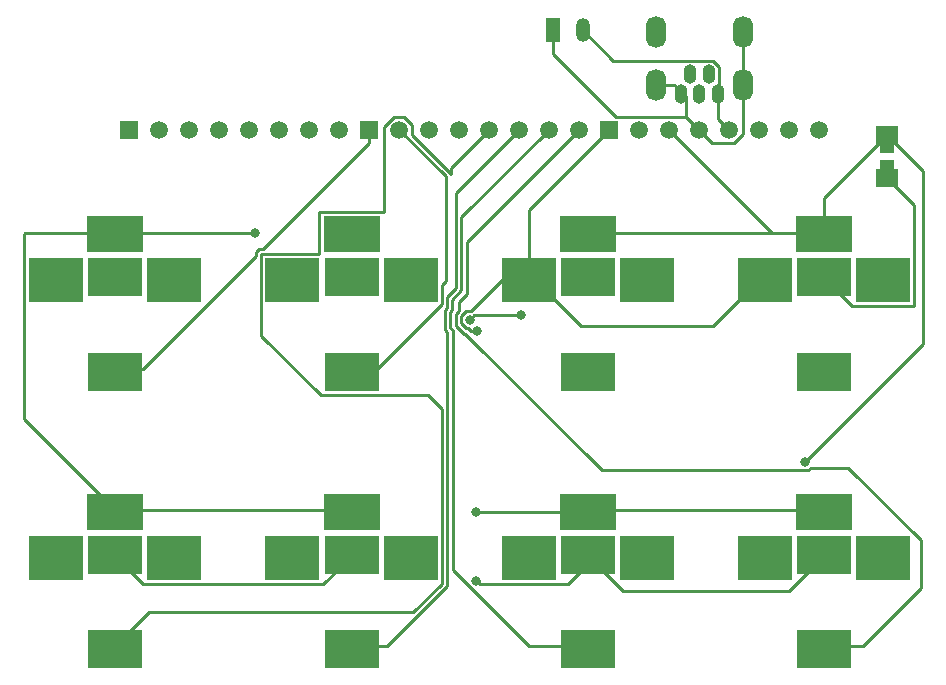
<source format=gbr>
%TF.GenerationSoftware,KiCad,Pcbnew,(6.0.0)*%
%TF.CreationDate,2023-02-05T23:33:58-08:00*%
%TF.ProjectId,button_pcb,62757474-6f6e-45f7-9063-622e6b696361,rev?*%
%TF.SameCoordinates,Original*%
%TF.FileFunction,Copper,L2,Bot*%
%TF.FilePolarity,Positive*%
%FSLAX46Y46*%
G04 Gerber Fmt 4.6, Leading zero omitted, Abs format (unit mm)*
G04 Created by KiCad (PCBNEW (6.0.0)) date 2023-02-05 23:33:58*
%MOMM*%
%LPD*%
G01*
G04 APERTURE LIST*
G04 Aperture macros list*
%AMFreePoly0*
4,1,21,0.785355,0.935355,0.800000,0.900000,0.800000,0.600000,1.450000,0.600000,1.485355,0.585355,1.500000,0.550000,1.500000,-0.550000,1.485355,-0.585355,1.450000,-0.600000,0.800000,-0.600000,0.800000,-0.900000,0.785355,-0.935355,0.750000,-0.950000,-0.750000,-0.950000,-0.785355,-0.935355,-0.800000,-0.900000,-0.800000,0.900000,-0.785355,0.935355,-0.750000,0.950000,0.750000,0.950000,
0.785355,0.935355,0.785355,0.935355,$1*%
%AMFreePoly1*
4,1,21,0.785355,0.935355,0.800000,0.900000,0.800000,-0.900000,0.785355,-0.935355,0.750000,-0.950000,-0.750000,-0.950000,-0.785355,-0.935355,-0.800000,-0.900000,-0.800000,-0.600000,-1.450000,-0.600000,-1.485355,-0.585355,-1.500000,-0.550000,-1.500000,0.550000,-1.485355,0.585355,-1.450000,0.600000,-0.800000,0.600000,-0.800000,0.900000,-0.785355,0.935355,-0.750000,0.950000,0.750000,0.950000,
0.785355,0.935355,0.785355,0.935355,$1*%
G04 Aperture macros list end*
%TA.AperFunction,ComponentPad*%
%ADD10R,4.600000X3.300000*%
%TD*%
%TA.AperFunction,ComponentPad*%
%ADD11R,4.600000X3.800000*%
%TD*%
%TA.AperFunction,ComponentPad*%
%ADD12R,4.800000X3.100000*%
%TD*%
%TA.AperFunction,ComponentPad*%
%ADD13O,1.100000X1.650000*%
%TD*%
%TA.AperFunction,ComponentPad*%
%ADD14O,1.700000X2.700000*%
%TD*%
%TA.AperFunction,ComponentPad*%
%ADD15R,1.500000X1.500000*%
%TD*%
%TA.AperFunction,ComponentPad*%
%ADD16C,1.500000*%
%TD*%
%TA.AperFunction,SMDPad,CuDef*%
%ADD17FreePoly0,90.000000*%
%TD*%
%TA.AperFunction,SMDPad,CuDef*%
%ADD18FreePoly1,90.000000*%
%TD*%
%TA.AperFunction,ComponentPad*%
%ADD19R,1.200000X2.000000*%
%TD*%
%TA.AperFunction,ComponentPad*%
%ADD20O,1.200000X2.000000*%
%TD*%
%TA.AperFunction,ViaPad*%
%ADD21C,0.800000*%
%TD*%
%TA.AperFunction,Conductor*%
%ADD22C,0.250000*%
%TD*%
G04 APERTURE END LIST*
D10*
%TO.P,S8,1,NO*%
%TO.N,VCC*%
X69000000Y-73988000D03*
D11*
%TO.P,S8,2,NC*%
%TO.N,GND*%
X64000000Y-74238000D03*
%TO.P,S8,3,C*%
%TO.N,Net-(S8-Pad3)*%
X74000000Y-74238000D03*
D12*
%TO.P,S8,4,LED_+*%
%TO.N,/common Anode*%
X69000000Y-70338000D03*
D10*
%TO.P,S8,5,LED_-*%
%TO.N,Net-(S8-Pad5)*%
X69000000Y-81988000D03*
%TD*%
%TO.P,S1,1,NO*%
%TO.N,Net-(S1-Pad1)*%
X9000000Y-50488000D03*
D11*
%TO.P,S1,2,NC*%
%TO.N,Net-(S1-Pad2)*%
X4000000Y-50738000D03*
%TO.P,S1,3,C*%
%TO.N,Net-(S1-Pad3)*%
X14000000Y-50738000D03*
D12*
%TO.P,S1,4,LED_+*%
%TO.N,/common Anode*%
X9000000Y-46838000D03*
D10*
%TO.P,S1,5,LED_-*%
%TO.N,Net-(S1-Pad5)*%
X9000000Y-58488000D03*
%TD*%
%TO.P,S4,1,NO*%
%TO.N,VCC*%
X69000000Y-50488000D03*
D11*
%TO.P,S4,2,NC*%
%TO.N,GND*%
X64000000Y-50738000D03*
%TO.P,S4,3,C*%
%TO.N,Net-(S4-Pad3)*%
X74000000Y-50738000D03*
D12*
%TO.P,S4,4,LED_+*%
%TO.N,/common Anode*%
X69000000Y-46838000D03*
D10*
%TO.P,S4,5,LED_-*%
%TO.N,Net-(S4-Pad5)*%
X69000000Y-58488000D03*
%TD*%
D13*
%TO.P,JPowerBankAsBattery1,1,GND*%
%TO.N,Net-(BT1-Pad2)*%
X56853000Y-35011000D03*
%TO.P,JPowerBankAsBattery1,2,ID*%
%TO.N,unconnected-(JPowerBankAsBattery1-Pad2)*%
X57653000Y-33311000D03*
%TO.P,JPowerBankAsBattery1,3,D+*%
%TO.N,unconnected-(JPowerBankAsBattery1-Pad3)*%
X58453000Y-35011000D03*
%TO.P,JPowerBankAsBattery1,4,D-*%
%TO.N,unconnected-(JPowerBankAsBattery1-Pad4)*%
X59253000Y-33311000D03*
%TO.P,JPowerBankAsBattery1,5,VBUS*%
%TO.N,Net-(BT1-Pad1)*%
X60053000Y-35011000D03*
D14*
%TO.P,JPowerBankAsBattery1,6,Shield*%
%TO.N,Net-(BT1-Pad2)*%
X62103000Y-34221720D03*
X54803000Y-29711000D03*
X54803000Y-34221720D03*
X62103000Y-29711000D03*
%TD*%
D10*
%TO.P,S7,1,NO*%
%TO.N,VCC*%
X49000000Y-73988000D03*
D11*
%TO.P,S7,2,NC*%
%TO.N,GND*%
X44000000Y-74238000D03*
%TO.P,S7,3,C*%
%TO.N,Net-(S7-Pad3)*%
X54000000Y-74238000D03*
D12*
%TO.P,S7,4,LED_+*%
%TO.N,/common Anode*%
X49000000Y-70338000D03*
D10*
%TO.P,S7,5,LED_-*%
%TO.N,Net-(S7-Pad5)*%
X49000000Y-81988000D03*
%TD*%
D15*
%TO.P,T2,1,1*%
%TO.N,Net-(S1-Pad5)*%
X30480000Y-38020000D03*
D16*
%TO.P,T2,2,2*%
%TO.N,Net-(S2-Pad5)*%
X33020000Y-38020000D03*
%TO.P,T2,3,3*%
%TO.N,Net-(S3-Pad5)*%
X35560000Y-38020000D03*
%TO.P,T2,4,4*%
%TO.N,Net-(S4-Pad5)*%
X38100000Y-38020000D03*
%TO.P,T2,5,5*%
%TO.N,Net-(S5-Pad5)*%
X40640000Y-38020000D03*
%TO.P,T2,6,6*%
%TO.N,Net-(S6-Pad5)*%
X43180000Y-38020000D03*
%TO.P,T2,7,7*%
%TO.N,Net-(S7-Pad5)*%
X45720000Y-38020000D03*
%TO.P,T2,8,8*%
%TO.N,Net-(S8-Pad5)*%
X48260000Y-38020000D03*
%TD*%
D15*
%TO.P,T1,1,1*%
%TO.N,GND*%
X50800000Y-38020000D03*
D16*
%TO.P,T1,2,2*%
%TO.N,VCC*%
X53340000Y-38020000D03*
%TO.P,T1,3,3*%
%TO.N,/common Anode*%
X55880000Y-38020000D03*
%TO.P,T1,4,4*%
%TO.N,Net-(BT1-Pad2)*%
X58420000Y-38020000D03*
%TO.P,T1,5,5*%
%TO.N,Net-(BT1-Pad1)*%
X60960000Y-38020000D03*
%TO.P,T1,6,6*%
%TO.N,Net-(S1-Pad2)*%
X63500000Y-38020000D03*
%TO.P,T1,7,7*%
%TO.N,Net-(S1-Pad3)*%
X66040000Y-38020000D03*
%TO.P,T1,8,8*%
%TO.N,Net-(S1-Pad1)*%
X68580000Y-38020000D03*
%TD*%
D10*
%TO.P,S5,1,NO*%
%TO.N,VCC*%
X9000000Y-73988000D03*
D11*
%TO.P,S5,2,NC*%
%TO.N,GND*%
X4000000Y-74238000D03*
%TO.P,S5,3,C*%
%TO.N,Net-(S5-Pad3)*%
X14000000Y-74238000D03*
D12*
%TO.P,S5,4,LED_+*%
%TO.N,/common Anode*%
X9000000Y-70338000D03*
D10*
%TO.P,S5,5,LED_-*%
%TO.N,Net-(S5-Pad5)*%
X9000000Y-81988000D03*
%TD*%
%TO.P,S2,1,NO*%
%TO.N,VCC*%
X29000000Y-50488000D03*
D11*
%TO.P,S2,2,NC*%
%TO.N,GND*%
X24000000Y-50738000D03*
%TO.P,S2,3,C*%
%TO.N,Net-(S2-Pad3)*%
X34000000Y-50738000D03*
D12*
%TO.P,S2,4,LED_+*%
%TO.N,/common Anode*%
X29000000Y-46838000D03*
D10*
%TO.P,S2,5,LED_-*%
%TO.N,Net-(S2-Pad5)*%
X29000000Y-58488000D03*
%TD*%
%TO.P,S6,1,NO*%
%TO.N,VCC*%
X29000000Y-73988000D03*
D11*
%TO.P,S6,2,NC*%
%TO.N,GND*%
X24000000Y-74238000D03*
%TO.P,S6,3,C*%
%TO.N,Net-(S6-Pad3)*%
X34000000Y-74238000D03*
D12*
%TO.P,S6,4,LED_+*%
%TO.N,/common Anode*%
X29000000Y-70338000D03*
D10*
%TO.P,S6,5,LED_-*%
%TO.N,Net-(S6-Pad5)*%
X29000000Y-81988000D03*
%TD*%
D15*
%TO.P,T3,1,1*%
%TO.N,unconnected-(T3-Pad1)*%
X10160000Y-38020000D03*
D16*
%TO.P,T3,2,2*%
%TO.N,Net-(S2-Pad3)*%
X12700000Y-38020000D03*
%TO.P,T3,3,3*%
%TO.N,Net-(S3-Pad3)*%
X15240000Y-38020000D03*
%TO.P,T3,4,4*%
%TO.N,Net-(S4-Pad3)*%
X17780000Y-38020000D03*
%TO.P,T3,5,5*%
%TO.N,Net-(S5-Pad3)*%
X20320000Y-38020000D03*
%TO.P,T3,6,6*%
%TO.N,Net-(S6-Pad3)*%
X22860000Y-38020000D03*
%TO.P,T3,7,7*%
%TO.N,Net-(S7-Pad3)*%
X25400000Y-38020000D03*
%TO.P,T3,8,8*%
%TO.N,Net-(S8-Pad3)*%
X27940000Y-38020000D03*
%TD*%
D10*
%TO.P,S3,1,NO*%
%TO.N,VCC*%
X49000000Y-50488000D03*
D11*
%TO.P,S3,2,NC*%
%TO.N,GND*%
X44000000Y-50738000D03*
%TO.P,S3,3,C*%
%TO.N,Net-(S3-Pad3)*%
X54000000Y-50738000D03*
D12*
%TO.P,S3,4,LED_+*%
%TO.N,/common Anode*%
X49000000Y-46838000D03*
D10*
%TO.P,S3,5,LED_-*%
%TO.N,Net-(S3-Pad5)*%
X49000000Y-58488000D03*
%TD*%
D17*
%TO.P,connect_for_vcc_as_common_anode1,1*%
%TO.N,VCC*%
X74295000Y-42059000D03*
D18*
%TO.P,connect_for_vcc_as_common_anode1,2*%
%TO.N,/common Anode*%
X74295000Y-38459000D03*
%TD*%
D19*
%TO.P,T4,1,1*%
%TO.N,Net-(BT1-Pad2)*%
X46038600Y-29591000D03*
D20*
%TO.P,T4,2,2*%
%TO.N,Net-(BT1-Pad1)*%
X48578600Y-29591000D03*
%TD*%
D21*
%TO.N,VCC*%
X38989000Y-54102000D03*
X43307000Y-53721000D03*
X39497000Y-76200000D03*
%TO.N,/common Anode*%
X39497000Y-70358000D03*
X67373500Y-66103500D03*
X20826000Y-46738000D03*
%TO.N,GND*%
X39600796Y-55080129D03*
%TD*%
D22*
%TO.N,VCC*%
X39886511Y-76462511D02*
X39624000Y-76200000D01*
X69000000Y-74087022D02*
X69000000Y-73738000D01*
X74295000Y-42059000D02*
X76624511Y-44388511D01*
X39624000Y-76200000D02*
X39497000Y-76200000D01*
X52001978Y-77089000D02*
X65998022Y-77089000D01*
X26624511Y-76462511D02*
X29000000Y-74087022D01*
X49000000Y-74781000D02*
X47318489Y-76462511D01*
X65998022Y-77089000D02*
X69000000Y-74087022D01*
X47318489Y-76462511D02*
X39886511Y-76462511D01*
X76624511Y-44388511D02*
X76624511Y-52962511D01*
X29000000Y-74087022D02*
X29000000Y-73738000D01*
X49000000Y-74087022D02*
X52001978Y-77089000D01*
X43307000Y-53721000D02*
X39370000Y-53721000D01*
X11375489Y-76462511D02*
X26624511Y-76462511D01*
X69000000Y-50587022D02*
X69000000Y-50238000D01*
X49000000Y-73738000D02*
X49000000Y-74781000D01*
X9000000Y-74087022D02*
X11375489Y-76462511D01*
X39370000Y-53721000D02*
X38989000Y-54102000D01*
X9000000Y-73738000D02*
X9000000Y-74087022D01*
X71375489Y-52962511D02*
X69000000Y-50587022D01*
X49000000Y-73738000D02*
X49000000Y-74087022D01*
X76624511Y-52962511D02*
X71375489Y-52962511D01*
%TO.N,/common Anode*%
X64899000Y-46738000D02*
X49000000Y-46738000D01*
X9000000Y-70238000D02*
X1270000Y-62508000D01*
X55880000Y-38020000D02*
X64598000Y-46738000D01*
X69000000Y-70238000D02*
X49000000Y-70238000D01*
X74295000Y-38459000D02*
X77343000Y-41507000D01*
X67310000Y-66167000D02*
X67373500Y-66103500D01*
X69000000Y-46738000D02*
X69000000Y-43754000D01*
X69000000Y-43754000D02*
X74295000Y-38459000D01*
X77343000Y-53848000D02*
X77343000Y-56134000D01*
X77343000Y-56134000D02*
X67373500Y-66103500D01*
X77343000Y-41507000D02*
X77343000Y-53848000D01*
X64598000Y-46738000D02*
X64899000Y-46738000D01*
X1270000Y-62508000D02*
X1270000Y-46863000D01*
X1270000Y-46863000D02*
X1395000Y-46738000D01*
X64899000Y-46738000D02*
X69000000Y-46738000D01*
X39497000Y-70358000D02*
X48880000Y-70358000D01*
X9000000Y-46738000D02*
X20826000Y-46738000D01*
X20828000Y-46736000D02*
X20826000Y-46738000D01*
X48880000Y-70358000D02*
X49000000Y-70238000D01*
X1395000Y-46738000D02*
X9000000Y-46738000D01*
X29000000Y-70238000D02*
X9000000Y-70238000D01*
%TO.N,Net-(BT1-Pad1)*%
X60053000Y-37113000D02*
X60960000Y-38020000D01*
X59615238Y-32161480D02*
X60127520Y-32673762D01*
X60127520Y-32673762D02*
X60127520Y-34686480D01*
X60127520Y-34686480D02*
X60053000Y-34761000D01*
X48578600Y-29591000D02*
X51149080Y-32161480D01*
X51149080Y-32161480D02*
X59615238Y-32161480D01*
X60053000Y-34761000D02*
X60053000Y-37113000D01*
%TO.N,Net-(S5-Pad5)*%
X31724511Y-44963489D02*
X26275489Y-44963489D01*
X40640000Y-38020000D02*
X37406511Y-41253489D01*
X21375489Y-48513489D02*
X21375489Y-55462511D01*
X37406511Y-41253489D02*
X37406511Y-41770794D01*
X11871000Y-78867000D02*
X9000000Y-81738000D01*
X26275489Y-44963489D02*
X26275489Y-48513489D01*
X34094511Y-38458793D02*
X34094511Y-37574922D01*
X21375489Y-55462511D02*
X26375489Y-60462511D01*
X26375489Y-60462511D02*
X35442807Y-60462511D01*
X36624511Y-76462511D02*
X34220022Y-78867000D01*
X31724511Y-37795900D02*
X31724511Y-44963489D01*
X36624511Y-61644215D02*
X36624511Y-76462511D01*
X32574922Y-36945489D02*
X31724511Y-37795900D01*
X35442807Y-60462511D02*
X36624511Y-61644215D01*
X34220022Y-78867000D02*
X11871000Y-78867000D01*
X26275489Y-48513489D02*
X21375489Y-48513489D01*
X37406511Y-41770794D02*
X34094511Y-38458793D01*
X33465078Y-36945489D02*
X32574922Y-36945489D01*
X34094511Y-37574922D02*
X33465078Y-36945489D01*
%TO.N,Net-(S8-Pad5)*%
X38502707Y-55276011D02*
X37814988Y-54588292D01*
X77216000Y-72771704D02*
X71060806Y-66616510D01*
X38755043Y-47524957D02*
X48260000Y-38020000D01*
X71060806Y-66616510D02*
X67885090Y-66616510D01*
X37814988Y-54588292D02*
X37814989Y-53615707D01*
X72313000Y-81738000D02*
X77216000Y-76835000D01*
X38755043Y-51914357D02*
X38755043Y-47524957D01*
X38637604Y-55276012D02*
X38502707Y-55276011D01*
X50189593Y-66828001D02*
X38637604Y-55276012D01*
X38089979Y-53340717D02*
X38089979Y-52579421D01*
X67673599Y-66828001D02*
X50189593Y-66828001D01*
X69000000Y-81738000D02*
X72313000Y-81738000D01*
X37814989Y-53615707D02*
X38089979Y-53340717D01*
X77216000Y-76835000D02*
X77216000Y-72771704D01*
X38089979Y-52579421D02*
X38755043Y-51914357D01*
X67885090Y-66616510D02*
X67673599Y-66828001D01*
%TO.N,Net-(S6-Pad5)*%
X31984726Y-81738000D02*
X37111479Y-76611247D01*
X37074023Y-52208385D02*
X37856021Y-51426387D01*
X37856021Y-51426387D02*
X37856021Y-43343979D01*
X37111479Y-55156191D02*
X36915966Y-54960677D01*
X29000000Y-81738000D02*
X31984726Y-81738000D01*
X37856021Y-43343979D02*
X43180000Y-38020000D01*
X36915966Y-54960677D02*
X36915969Y-53243319D01*
X36915969Y-53243319D02*
X37074021Y-53085267D01*
X37111479Y-76611247D02*
X37111479Y-55156191D01*
X37074021Y-53085267D02*
X37074023Y-52208385D01*
%TO.N,Net-(S7-Pad5)*%
X37523533Y-52394579D02*
X38305532Y-51612580D01*
X44010400Y-81738000D02*
X37560989Y-75288589D01*
X37560989Y-54969997D02*
X37365479Y-54774487D01*
X37560989Y-75288589D02*
X37560989Y-54969997D01*
X38305532Y-45434468D02*
X45720000Y-38020000D01*
X38305532Y-51612580D02*
X38305532Y-45434468D01*
X37365479Y-54774487D02*
X37365479Y-53429513D01*
X37365479Y-53429513D02*
X37523533Y-53271459D01*
X49000000Y-81738000D02*
X44010400Y-81738000D01*
X37523533Y-53271459D02*
X37523533Y-52394579D01*
%TO.N,Net-(BT1-Pad2)*%
X46038600Y-31623000D02*
X51361089Y-36945489D01*
X62103000Y-34221720D02*
X62103000Y-29711000D01*
X62103000Y-38396589D02*
X61405078Y-39094511D01*
X56313720Y-34221720D02*
X56853000Y-34761000D01*
X54803000Y-34221720D02*
X56313720Y-34221720D01*
X57345489Y-36945489D02*
X58420000Y-38020000D01*
X59494511Y-39094511D02*
X58420000Y-38020000D01*
X51361089Y-36945489D02*
X57345489Y-36945489D01*
X57345489Y-36945489D02*
X57345489Y-35253489D01*
X61405078Y-39094511D02*
X59494511Y-39094511D01*
X46038600Y-29591000D02*
X46038600Y-31623000D01*
X62103000Y-34221720D02*
X62103000Y-38396589D01*
X57345489Y-35253489D02*
X56853000Y-34761000D01*
%TO.N,Net-(S1-Pad5)*%
X20925978Y-48661044D02*
X11349022Y-58238000D01*
X20925978Y-48327296D02*
X20925978Y-48661044D01*
X21189296Y-48063978D02*
X20925978Y-48327296D01*
X21523044Y-48063978D02*
X21189296Y-48063978D01*
X30480000Y-38020000D02*
X30480000Y-39107022D01*
X30480000Y-39107022D02*
X21523044Y-48063978D01*
X11349022Y-58238000D02*
X9000000Y-58238000D01*
%TO.N,Net-(S2-Pad5)*%
X36624511Y-52783489D02*
X31170000Y-58238000D01*
X36624511Y-51132489D02*
X36624511Y-52783489D01*
X33020000Y-38020000D02*
X36957000Y-41957000D01*
X36957000Y-50800000D02*
X36624511Y-51132489D01*
X31170000Y-58238000D02*
X29000000Y-58238000D01*
X36957000Y-41957000D02*
X36957000Y-50800000D01*
%TO.N,GND*%
X59613479Y-54624521D02*
X48386521Y-54624521D01*
X38264499Y-53801901D02*
X38264499Y-54402099D01*
X38688901Y-54826501D02*
X38823797Y-54826501D01*
X50800000Y-38020000D02*
X44000000Y-44820000D01*
X39077797Y-53377499D02*
X38688901Y-53377499D01*
X39077425Y-55080129D02*
X39600796Y-55080129D01*
X44000000Y-50238000D02*
X42217296Y-50238000D01*
X64000000Y-50238000D02*
X59613479Y-54624521D01*
X38688901Y-53377499D02*
X38264499Y-53801901D01*
X38823797Y-54826501D02*
X39077425Y-55080129D01*
X42217296Y-50238000D02*
X39077797Y-53377499D01*
X44000000Y-44820000D02*
X44000000Y-50238000D01*
X48386521Y-54624521D02*
X44000000Y-50238000D01*
X38264499Y-54402099D02*
X38688901Y-54826501D01*
%TD*%
M02*

</source>
